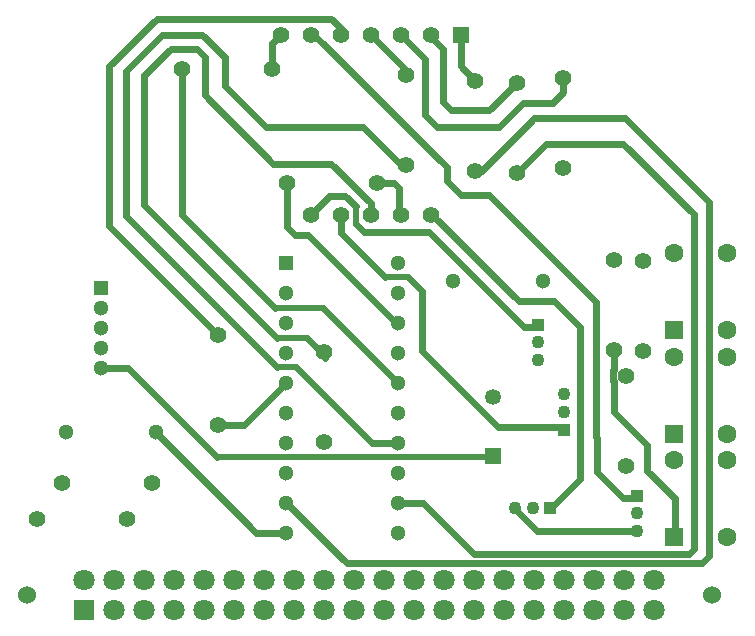
<source format=gbl>
G04 Layer_Physical_Order=2*
G04 Layer_Color=16711680*
%FSLAX44Y44*%
%MOMM*%
G71*
G01*
G75*
%ADD10C,0.6000*%
%ADD11C,0.5000*%
%ADD14C,1.8000*%
%ADD15R,1.8000X1.8000*%
%ADD16C,1.5240*%
%ADD17R,1.3000X1.3000*%
%ADD18C,1.3000*%
%ADD19C,1.3500*%
%ADD20R,1.3500X1.3500*%
%ADD21C,1.4000*%
%ADD22R,1.4000X1.4000*%
%ADD23C,1.1000*%
%ADD24R,1.1000X1.1000*%
%ADD25R,1.1000X1.1000*%
%ADD26R,1.6000X1.6000*%
%ADD27C,1.6000*%
%ADD28R,1.3000X1.3000*%
D10*
X926750Y848000D02*
X1108750D01*
X883500Y891250D02*
X926750Y848000D01*
X818900Y840000D02*
X1119500D01*
X767700Y891200D02*
X818900Y840000D01*
X699094Y1235906D02*
X756750Y1178250D01*
X699094Y1235906D02*
Y1268406D01*
X891750Y1284000D02*
X900250Y1275500D01*
X903750Y1163375D02*
Y1175000D01*
X791350Y1287400D02*
X903750Y1175000D01*
X788400Y1287400D02*
X791350D01*
X903750Y1163375D02*
X904500Y1162750D01*
X915750Y1151500D01*
X939500D01*
X839200Y1287400D02*
X869000Y1257600D01*
Y1253600D02*
Y1257600D01*
X833000Y1209000D02*
X865000Y1177000D01*
X750750Y1209000D02*
X833000D01*
X715500Y1244250D02*
X750750Y1209000D01*
X806000Y1301000D02*
X813800Y1293200D01*
X658250Y1301000D02*
X806000D01*
X696750Y1287000D02*
X715500Y1268250D01*
Y1244250D02*
Y1268250D01*
X915400Y1260700D02*
X927750Y1248350D01*
X915400Y1260700D02*
Y1287400D01*
X993500Y1229750D02*
X1002250Y1238500D01*
Y1251100D01*
X939500Y1151500D02*
X1030250Y1060750D01*
Y946500D02*
Y1060750D01*
X1030500Y917250D02*
X1053050Y894700D01*
X1030500Y917250D02*
Y946250D01*
X1030250Y946500D02*
X1030500Y946250D01*
X1016250Y911250D02*
Y1040000D01*
X992000Y887000D02*
X1016250Y911250D01*
X994625Y1061625D02*
X1016250Y1040000D01*
X994500Y1061500D02*
X994625Y1061625D01*
X964500Y1061500D02*
X994500D01*
X947000Y955250D02*
X998200D01*
X882750Y1019500D02*
X947000Y955250D01*
X882750Y1019500D02*
Y1070250D01*
X987350Y1195000D02*
X1053250D01*
X864500Y891250D02*
X883500D01*
X742200Y865800D02*
X767700D01*
X647500Y1143500D02*
X760250Y1030750D01*
X647500Y1143500D02*
Y1253000D01*
X710000Y956900D02*
X731800D01*
X840000Y942000D02*
X862000D01*
X662500Y1287000D02*
X696750D01*
X632250Y1256750D02*
X662500Y1287000D01*
X692250Y1275250D02*
X699094Y1268406D01*
X669750Y1275250D02*
X692250D01*
X647500Y1253000D02*
X669750Y1275250D01*
X768350Y1124900D02*
Y1162050D01*
X891000Y1135000D02*
X964500Y1061500D01*
X962750Y1170400D02*
X987350Y1195000D01*
X800750Y1013801D02*
Y1015350D01*
X813800Y1287400D02*
Y1293200D01*
X1002250Y1251100D02*
Y1253250D01*
X755650Y1280050D02*
X763000Y1287400D01*
X755650Y1261250D02*
Y1280050D01*
X731800Y956900D02*
X767700Y992800D01*
X776250Y1005750D02*
X840000Y942000D01*
X860650Y1043600D02*
X862000D01*
X768350Y1124900D02*
X775462Y1117787D01*
X786462D01*
X844550Y1162050D02*
X858950D01*
X863600Y1157400D01*
Y1136000D02*
Y1157400D01*
X798550Y1056250D02*
X862000Y992800D01*
X786462Y1117787D02*
X860650Y1043600D01*
X813800Y1119450D02*
Y1135000D01*
Y1119450D02*
X851250Y1082000D01*
X871000D02*
X882750Y1070250D01*
X788400Y1135000D02*
X804150Y1150750D01*
X817750D01*
X888500Y1120250D02*
X969050Y1039700D01*
X833250Y1120250D02*
X888500D01*
X826500Y1127000D02*
X833250Y1120250D01*
X817750Y1150750D02*
X826500Y1142000D01*
X863600Y1136000D02*
X864600Y1135000D01*
X617750Y1125350D02*
X710000Y1033100D01*
X617750Y1125350D02*
Y1260500D01*
X658250Y1301000D01*
X988950Y887000D02*
X991250D01*
X992000D01*
X1053050Y894700D02*
X1064750D01*
X1108750Y848000D02*
X1113000Y852250D01*
Y1135250D01*
X1053250Y1195000D02*
X1113000Y1135250D01*
X1119500Y840000D02*
X1125250Y845750D01*
Y1145500D01*
X1054250Y1216500D02*
X1125250Y1145500D01*
X1045000Y968250D02*
X1073500Y939750D01*
X1045000Y968250D02*
Y993794D01*
X1044750Y994044D02*
X1045000Y993794D01*
X1044750Y994044D02*
Y1003156D01*
X1045000Y1003406D01*
Y1020400D01*
X679450Y1134800D02*
X758000Y1056250D01*
X611250Y1005250D02*
X634000D01*
X709250Y930000D01*
X679450Y1134800D02*
Y1258750D01*
X969050Y1039700D02*
X981250D01*
X962000Y885000D02*
X979750Y867250D01*
X1061000D01*
X756750Y1178250D02*
X806000D01*
X839200Y1145050D01*
Y1135000D02*
Y1145050D01*
X785350Y1030750D02*
X800750Y1015350D01*
X927750Y1172150D02*
X933150D01*
X977500Y1216500D01*
X1054250D01*
X895750Y1209250D02*
X948000D01*
X968500Y1229750D01*
X993500D01*
X939650Y1223500D02*
X962750Y1246600D01*
X900250Y1230750D02*
Y1275500D01*
Y1230750D02*
X907500Y1223500D01*
X939650D01*
X885250Y1219750D02*
X895750Y1209250D01*
X885250Y1219750D02*
Y1266750D01*
X864600Y1287400D02*
X885250Y1266750D01*
X632250Y1133750D02*
Y1256750D01*
Y1133750D02*
X760250Y1005750D01*
X865000Y1177000D02*
X869000D01*
X1073500Y917750D02*
Y939750D01*
Y917750D02*
X1096500Y894750D01*
Y864000D02*
Y894750D01*
X657250Y950750D02*
X742200Y865800D01*
D11*
X760250Y1030750D02*
X785350D01*
X758000Y1056250D02*
X798550D01*
X851250Y1082000D02*
X871000D01*
X826500Y1127000D02*
Y1142000D01*
X709250Y929500D02*
X939750D01*
X760250Y1005750D02*
X776250D01*
D14*
X1079500Y825500D02*
D03*
X1054100D02*
D03*
X1028700D02*
D03*
X1003300D02*
D03*
X977900D02*
D03*
X952500D02*
D03*
X927100D02*
D03*
X901700D02*
D03*
X876300D02*
D03*
X850900D02*
D03*
X825500D02*
D03*
X800100D02*
D03*
X774700D02*
D03*
X749300D02*
D03*
X723900D02*
D03*
X698500D02*
D03*
X673100D02*
D03*
X647700D02*
D03*
X622300D02*
D03*
X596900D02*
D03*
X1079500Y800100D02*
D03*
X1054100D02*
D03*
X1028700D02*
D03*
X1003300D02*
D03*
X977900D02*
D03*
X952500D02*
D03*
X927100D02*
D03*
X901700D02*
D03*
X876300D02*
D03*
X850900D02*
D03*
X825500D02*
D03*
X800100D02*
D03*
X774700D02*
D03*
X749300D02*
D03*
X723900D02*
D03*
X698500D02*
D03*
X673100D02*
D03*
X647700D02*
D03*
X622300D02*
D03*
D15*
X596900D02*
D03*
D16*
X1128200Y812800D02*
D03*
X548200D02*
D03*
D17*
X767700Y1094400D02*
D03*
D18*
Y1069000D02*
D03*
Y1043600D02*
D03*
Y1018200D02*
D03*
Y992800D02*
D03*
Y967400D02*
D03*
Y942000D02*
D03*
Y916600D02*
D03*
Y891200D02*
D03*
Y865800D02*
D03*
X862000Y1094400D02*
D03*
Y1069000D02*
D03*
Y1043600D02*
D03*
Y1018200D02*
D03*
Y992800D02*
D03*
Y967400D02*
D03*
Y942000D02*
D03*
Y916600D02*
D03*
Y891200D02*
D03*
Y865800D02*
D03*
X611250Y1056250D02*
D03*
Y1039250D02*
D03*
Y1022250D02*
D03*
Y1005250D02*
D03*
X657600Y950750D02*
D03*
X581400D02*
D03*
X985100Y1079000D02*
D03*
X908900D02*
D03*
D19*
X943000Y980750D02*
D03*
D20*
X943000Y930750D02*
D03*
D21*
X1069500Y1019900D02*
D03*
Y1096100D02*
D03*
X1055750Y922400D02*
D03*
Y998600D02*
D03*
X1045000Y1020400D02*
D03*
Y1096600D02*
D03*
X654050Y908050D02*
D03*
X577850D02*
D03*
X710000Y1033100D02*
D03*
Y956900D02*
D03*
X556900Y877000D02*
D03*
X633100D02*
D03*
X844550Y1162050D02*
D03*
X768350D02*
D03*
X962750Y1246600D02*
D03*
Y1170400D02*
D03*
X800000Y1018600D02*
D03*
Y942400D02*
D03*
X927750Y1248350D02*
D03*
Y1172150D02*
D03*
X755600Y1258750D02*
D03*
X679400D02*
D03*
X869000Y1253600D02*
D03*
Y1177400D02*
D03*
X1002250Y1251100D02*
D03*
Y1174900D02*
D03*
X788400Y1287400D02*
D03*
X813800D02*
D03*
X890000D02*
D03*
X864600D02*
D03*
X839200D02*
D03*
Y1135000D02*
D03*
X864600D02*
D03*
X890000D02*
D03*
X813800D02*
D03*
X788400D02*
D03*
X763000Y1287400D02*
D03*
D22*
X915400D02*
D03*
D23*
X1064750Y867000D02*
D03*
Y882000D02*
D03*
X981250Y1027000D02*
D03*
Y1012000D02*
D03*
X1003000Y982750D02*
D03*
Y967750D02*
D03*
X976250Y887000D02*
D03*
X961250D02*
D03*
D24*
X1064750Y897000D02*
D03*
X981250Y1042000D02*
D03*
X1003000Y952750D02*
D03*
D25*
X991250Y887000D02*
D03*
D26*
X1095750Y949500D02*
D03*
X1095750Y1037500D02*
D03*
X1096250Y862500D02*
D03*
D27*
X1095750Y1014500D02*
D03*
X1140750D02*
D03*
Y949500D02*
D03*
X1140750Y1037500D02*
D03*
Y1102500D02*
D03*
X1095750D02*
D03*
X1096250Y927500D02*
D03*
X1141250D02*
D03*
Y862500D02*
D03*
D28*
X611250Y1073250D02*
D03*
M02*

</source>
